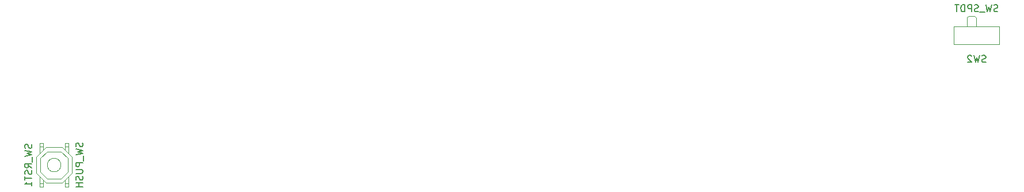
<source format=gbr>
G04 #@! TF.GenerationSoftware,KiCad,Pcbnew,(5.1.5)-3*
G04 #@! TF.CreationDate,2020-01-08T01:13:47+02:00*
G04 #@! TF.ProjectId,PRKL30,50524b4c-3330-42e6-9b69-6361645f7063,rev?*
G04 #@! TF.SameCoordinates,Original*
G04 #@! TF.FileFunction,Other,Fab,Bot*
%FSLAX46Y46*%
G04 Gerber Fmt 4.6, Leading zero omitted, Abs format (unit mm)*
G04 Created by KiCad (PCBNEW (5.1.5)-3) date 2020-01-08 01:13:47*
%MOMM*%
%LPD*%
G04 APERTURE LIST*
%ADD10C,0.100000*%
%ADD11C,0.150000*%
G04 APERTURE END LIST*
D10*
X149700000Y-80000000D02*
X149200000Y-80000000D01*
X145500000Y-80000000D02*
X146000000Y-80000000D01*
X149700000Y-73600000D02*
X149200000Y-73600000D01*
X145500000Y-73600000D02*
X146000000Y-73600000D01*
X145500000Y-79500000D02*
X146000000Y-79500000D01*
X145500000Y-78500000D02*
X145500000Y-80000000D01*
X146000000Y-80000000D02*
X146000000Y-79000000D01*
X145500000Y-74100000D02*
X146000000Y-74100000D01*
X145500000Y-75100000D02*
X145500000Y-73600000D01*
X146000000Y-73600000D02*
X146000000Y-74600000D01*
X149700000Y-74100000D02*
X149200000Y-74100000D01*
X149200000Y-73600000D02*
X149200000Y-74600000D01*
X149700000Y-75100000D02*
X149700000Y-73600000D01*
X149700000Y-78500000D02*
X149700000Y-80000000D01*
X149700000Y-79500000D02*
X149200000Y-79500000D01*
X149200000Y-80000000D02*
X149200000Y-79000000D01*
X146600000Y-74800000D02*
X145600000Y-75800000D01*
X145600000Y-75800000D02*
X145600000Y-77800000D01*
X145600000Y-77800000D02*
X146600000Y-78800000D01*
X146600000Y-78800000D02*
X148600000Y-78800000D01*
X148600000Y-78800000D02*
X149600000Y-77800000D01*
X149600000Y-77800000D02*
X149600000Y-75800000D01*
X149600000Y-75800000D02*
X148600000Y-74800000D01*
X148600000Y-74800000D02*
X146600000Y-74800000D01*
X146400000Y-74200000D02*
X148800000Y-74200000D01*
X148800000Y-74200000D02*
X150200000Y-75600000D01*
X150200000Y-75600000D02*
X150200000Y-78000000D01*
X150200000Y-78000000D02*
X148800000Y-79400000D01*
X148800000Y-79400000D02*
X146400000Y-79400000D01*
X146400000Y-79400000D02*
X145000000Y-78000000D01*
X145000000Y-78000000D02*
X145000000Y-75600000D01*
X145000000Y-75600000D02*
X146400000Y-74200000D01*
X148600000Y-76800000D02*
G75*
G03X148600000Y-76800000I-1000000J0D01*
G01*
X281900000Y-56350000D02*
X281900000Y-55050000D01*
X281900000Y-55050000D02*
X282100000Y-54850000D01*
X282100000Y-54850000D02*
X282950000Y-54850000D01*
X282950000Y-54850000D02*
X283150000Y-55050000D01*
X283150000Y-55050000D02*
X283200000Y-55100000D01*
X283200000Y-55100000D02*
X283200000Y-56400000D01*
X279950000Y-59000000D02*
X279950000Y-56400000D01*
X279950000Y-56400000D02*
X286650000Y-56400000D01*
X286650000Y-56400000D02*
X286650000Y-59000000D01*
X286650000Y-59000000D02*
X279950000Y-59000000D01*
D11*
X151754761Y-73538095D02*
X151802380Y-73680952D01*
X151802380Y-73919047D01*
X151754761Y-74014285D01*
X151707142Y-74061904D01*
X151611904Y-74109523D01*
X151516666Y-74109523D01*
X151421428Y-74061904D01*
X151373809Y-74014285D01*
X151326190Y-73919047D01*
X151278571Y-73728571D01*
X151230952Y-73633333D01*
X151183333Y-73585714D01*
X151088095Y-73538095D01*
X150992857Y-73538095D01*
X150897619Y-73585714D01*
X150850000Y-73633333D01*
X150802380Y-73728571D01*
X150802380Y-73966666D01*
X150850000Y-74109523D01*
X150802380Y-74442857D02*
X151802380Y-74680952D01*
X151088095Y-74871428D01*
X151802380Y-75061904D01*
X150802380Y-75300000D01*
X151897619Y-75442857D02*
X151897619Y-76204761D01*
X151802380Y-76442857D02*
X150802380Y-76442857D01*
X150802380Y-76823809D01*
X150850000Y-76919047D01*
X150897619Y-76966666D01*
X150992857Y-77014285D01*
X151135714Y-77014285D01*
X151230952Y-76966666D01*
X151278571Y-76919047D01*
X151326190Y-76823809D01*
X151326190Y-76442857D01*
X150802380Y-77442857D02*
X151611904Y-77442857D01*
X151707142Y-77490476D01*
X151754761Y-77538095D01*
X151802380Y-77633333D01*
X151802380Y-77823809D01*
X151754761Y-77919047D01*
X151707142Y-77966666D01*
X151611904Y-78014285D01*
X150802380Y-78014285D01*
X151754761Y-78442857D02*
X151802380Y-78585714D01*
X151802380Y-78823809D01*
X151754761Y-78919047D01*
X151707142Y-78966666D01*
X151611904Y-79014285D01*
X151516666Y-79014285D01*
X151421428Y-78966666D01*
X151373809Y-78919047D01*
X151326190Y-78823809D01*
X151278571Y-78633333D01*
X151230952Y-78538095D01*
X151183333Y-78490476D01*
X151088095Y-78442857D01*
X150992857Y-78442857D01*
X150897619Y-78490476D01*
X150850000Y-78538095D01*
X150802380Y-78633333D01*
X150802380Y-78871428D01*
X150850000Y-79014285D01*
X151802380Y-79442857D02*
X150802380Y-79442857D01*
X151278571Y-79442857D02*
X151278571Y-80014285D01*
X151802380Y-80014285D02*
X150802380Y-80014285D01*
X144254761Y-73728571D02*
X144302380Y-73871428D01*
X144302380Y-74109523D01*
X144254761Y-74204761D01*
X144207142Y-74252380D01*
X144111904Y-74300000D01*
X144016666Y-74300000D01*
X143921428Y-74252380D01*
X143873809Y-74204761D01*
X143826190Y-74109523D01*
X143778571Y-73919047D01*
X143730952Y-73823809D01*
X143683333Y-73776190D01*
X143588095Y-73728571D01*
X143492857Y-73728571D01*
X143397619Y-73776190D01*
X143350000Y-73823809D01*
X143302380Y-73919047D01*
X143302380Y-74157142D01*
X143350000Y-74300000D01*
X143302380Y-74633333D02*
X144302380Y-74871428D01*
X143588095Y-75061904D01*
X144302380Y-75252380D01*
X143302380Y-75490476D01*
X144397619Y-75633333D02*
X144397619Y-76395238D01*
X144302380Y-77204761D02*
X143826190Y-76871428D01*
X144302380Y-76633333D02*
X143302380Y-76633333D01*
X143302380Y-77014285D01*
X143350000Y-77109523D01*
X143397619Y-77157142D01*
X143492857Y-77204761D01*
X143635714Y-77204761D01*
X143730952Y-77157142D01*
X143778571Y-77109523D01*
X143826190Y-77014285D01*
X143826190Y-76633333D01*
X144254761Y-77585714D02*
X144302380Y-77728571D01*
X144302380Y-77966666D01*
X144254761Y-78061904D01*
X144207142Y-78109523D01*
X144111904Y-78157142D01*
X144016666Y-78157142D01*
X143921428Y-78109523D01*
X143873809Y-78061904D01*
X143826190Y-77966666D01*
X143778571Y-77776190D01*
X143730952Y-77680952D01*
X143683333Y-77633333D01*
X143588095Y-77585714D01*
X143492857Y-77585714D01*
X143397619Y-77633333D01*
X143350000Y-77680952D01*
X143302380Y-77776190D01*
X143302380Y-78014285D01*
X143350000Y-78157142D01*
X143302380Y-78442857D02*
X143302380Y-79014285D01*
X144302380Y-78728571D02*
X143302380Y-78728571D01*
X144302380Y-79871428D02*
X144302380Y-79300000D01*
X144302380Y-79585714D02*
X143302380Y-79585714D01*
X143445238Y-79490476D01*
X143540476Y-79395238D01*
X143588095Y-79300000D01*
X286395238Y-54154761D02*
X286252380Y-54202380D01*
X286014285Y-54202380D01*
X285919047Y-54154761D01*
X285871428Y-54107142D01*
X285823809Y-54011904D01*
X285823809Y-53916666D01*
X285871428Y-53821428D01*
X285919047Y-53773809D01*
X286014285Y-53726190D01*
X286204761Y-53678571D01*
X286300000Y-53630952D01*
X286347619Y-53583333D01*
X286395238Y-53488095D01*
X286395238Y-53392857D01*
X286347619Y-53297619D01*
X286300000Y-53250000D01*
X286204761Y-53202380D01*
X285966666Y-53202380D01*
X285823809Y-53250000D01*
X285490476Y-53202380D02*
X285252380Y-54202380D01*
X285061904Y-53488095D01*
X284871428Y-54202380D01*
X284633333Y-53202380D01*
X284490476Y-54297619D02*
X283728571Y-54297619D01*
X283538095Y-54154761D02*
X283395238Y-54202380D01*
X283157142Y-54202380D01*
X283061904Y-54154761D01*
X283014285Y-54107142D01*
X282966666Y-54011904D01*
X282966666Y-53916666D01*
X283014285Y-53821428D01*
X283061904Y-53773809D01*
X283157142Y-53726190D01*
X283347619Y-53678571D01*
X283442857Y-53630952D01*
X283490476Y-53583333D01*
X283538095Y-53488095D01*
X283538095Y-53392857D01*
X283490476Y-53297619D01*
X283442857Y-53250000D01*
X283347619Y-53202380D01*
X283109523Y-53202380D01*
X282966666Y-53250000D01*
X282538095Y-54202380D02*
X282538095Y-53202380D01*
X282157142Y-53202380D01*
X282061904Y-53250000D01*
X282014285Y-53297619D01*
X281966666Y-53392857D01*
X281966666Y-53535714D01*
X282014285Y-53630952D01*
X282061904Y-53678571D01*
X282157142Y-53726190D01*
X282538095Y-53726190D01*
X281538095Y-54202380D02*
X281538095Y-53202380D01*
X281300000Y-53202380D01*
X281157142Y-53250000D01*
X281061904Y-53345238D01*
X281014285Y-53440476D01*
X280966666Y-53630952D01*
X280966666Y-53773809D01*
X281014285Y-53964285D01*
X281061904Y-54059523D01*
X281157142Y-54154761D01*
X281300000Y-54202380D01*
X281538095Y-54202380D01*
X280680952Y-53202380D02*
X280109523Y-53202380D01*
X280395238Y-54202380D02*
X280395238Y-53202380D01*
X284633333Y-61604761D02*
X284490476Y-61652380D01*
X284252380Y-61652380D01*
X284157142Y-61604761D01*
X284109523Y-61557142D01*
X284061904Y-61461904D01*
X284061904Y-61366666D01*
X284109523Y-61271428D01*
X284157142Y-61223809D01*
X284252380Y-61176190D01*
X284442857Y-61128571D01*
X284538095Y-61080952D01*
X284585714Y-61033333D01*
X284633333Y-60938095D01*
X284633333Y-60842857D01*
X284585714Y-60747619D01*
X284538095Y-60700000D01*
X284442857Y-60652380D01*
X284204761Y-60652380D01*
X284061904Y-60700000D01*
X283728571Y-60652380D02*
X283490476Y-61652380D01*
X283300000Y-60938095D01*
X283109523Y-61652380D01*
X282871428Y-60652380D01*
X282538095Y-60747619D02*
X282490476Y-60700000D01*
X282395238Y-60652380D01*
X282157142Y-60652380D01*
X282061904Y-60700000D01*
X282014285Y-60747619D01*
X281966666Y-60842857D01*
X281966666Y-60938095D01*
X282014285Y-61080952D01*
X282585714Y-61652380D01*
X281966666Y-61652380D01*
M02*

</source>
